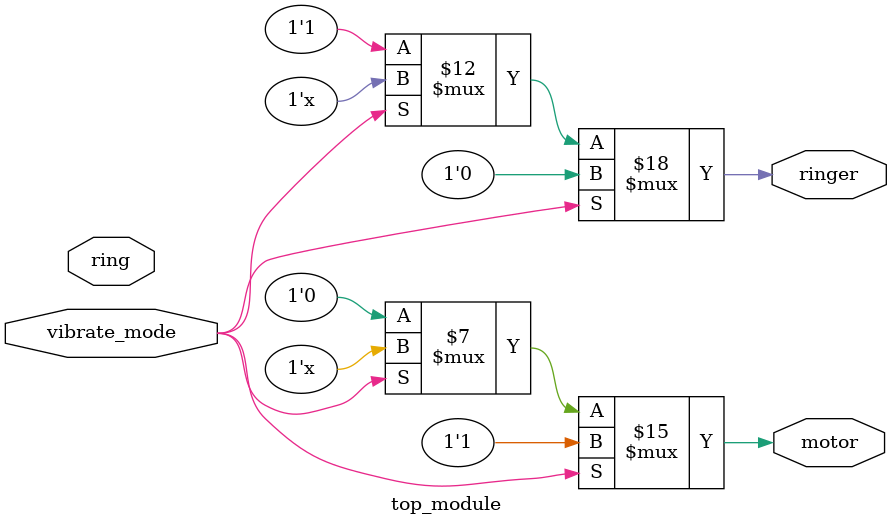
<source format=sv>
module top_module( 
  input wire ring, 
  input wire vibrate_mode, 
  output reg ringer, 
  output reg motor 
);

always @(*)
begin
  if (vibrate_mode == 1'b1)
  begin
    ringer = 1'b0;
    motor = 1'b1;
  end
  else if (ring == 1'b1)
  begin
    ringer = 1'b1;
    motor = 1'b0;
  end
  else
  begin
    ringer = 1'b1;
    motor = 1'b0;
  end
end

endmodule

</source>
